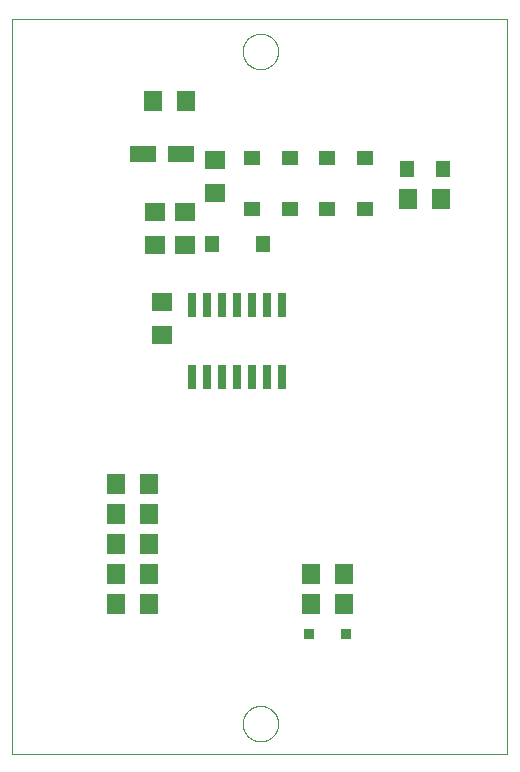
<source format=gtp>
G75*
%MOIN*%
%OFA0B0*%
%FSLAX25Y25*%
%IPPOS*%
%LPD*%
%AMOC8*
5,1,8,0,0,1.08239X$1,22.5*
%
%ADD10C,0.00000*%
%ADD11R,0.08661X0.05512*%
%ADD12R,0.07087X0.06299*%
%ADD13R,0.05000X0.05787*%
%ADD14R,0.05787X0.05000*%
%ADD15R,0.03543X0.03740*%
%ADD16R,0.02600X0.08000*%
%ADD17R,0.04724X0.05512*%
%ADD18R,0.06299X0.07087*%
D10*
X0027500Y0001000D02*
X0027500Y0245961D01*
X0192500Y0246000D01*
X0192500Y0001000D01*
X0027500Y0001000D01*
X0104271Y0011000D02*
X0104273Y0011153D01*
X0104279Y0011307D01*
X0104289Y0011460D01*
X0104303Y0011612D01*
X0104321Y0011765D01*
X0104343Y0011916D01*
X0104368Y0012067D01*
X0104398Y0012218D01*
X0104432Y0012368D01*
X0104469Y0012516D01*
X0104510Y0012664D01*
X0104555Y0012810D01*
X0104604Y0012956D01*
X0104657Y0013100D01*
X0104713Y0013242D01*
X0104773Y0013383D01*
X0104837Y0013523D01*
X0104904Y0013661D01*
X0104975Y0013797D01*
X0105050Y0013931D01*
X0105127Y0014063D01*
X0105209Y0014193D01*
X0105293Y0014321D01*
X0105381Y0014447D01*
X0105472Y0014570D01*
X0105566Y0014691D01*
X0105664Y0014809D01*
X0105764Y0014925D01*
X0105868Y0015038D01*
X0105974Y0015149D01*
X0106083Y0015257D01*
X0106195Y0015362D01*
X0106309Y0015463D01*
X0106427Y0015562D01*
X0106546Y0015658D01*
X0106668Y0015751D01*
X0106793Y0015840D01*
X0106920Y0015927D01*
X0107049Y0016009D01*
X0107180Y0016089D01*
X0107313Y0016165D01*
X0107448Y0016238D01*
X0107585Y0016307D01*
X0107724Y0016372D01*
X0107864Y0016434D01*
X0108006Y0016492D01*
X0108149Y0016547D01*
X0108294Y0016598D01*
X0108440Y0016645D01*
X0108587Y0016688D01*
X0108735Y0016727D01*
X0108884Y0016763D01*
X0109034Y0016794D01*
X0109185Y0016822D01*
X0109336Y0016846D01*
X0109489Y0016866D01*
X0109641Y0016882D01*
X0109794Y0016894D01*
X0109947Y0016902D01*
X0110100Y0016906D01*
X0110254Y0016906D01*
X0110407Y0016902D01*
X0110560Y0016894D01*
X0110713Y0016882D01*
X0110865Y0016866D01*
X0111018Y0016846D01*
X0111169Y0016822D01*
X0111320Y0016794D01*
X0111470Y0016763D01*
X0111619Y0016727D01*
X0111767Y0016688D01*
X0111914Y0016645D01*
X0112060Y0016598D01*
X0112205Y0016547D01*
X0112348Y0016492D01*
X0112490Y0016434D01*
X0112630Y0016372D01*
X0112769Y0016307D01*
X0112906Y0016238D01*
X0113041Y0016165D01*
X0113174Y0016089D01*
X0113305Y0016009D01*
X0113434Y0015927D01*
X0113561Y0015840D01*
X0113686Y0015751D01*
X0113808Y0015658D01*
X0113927Y0015562D01*
X0114045Y0015463D01*
X0114159Y0015362D01*
X0114271Y0015257D01*
X0114380Y0015149D01*
X0114486Y0015038D01*
X0114590Y0014925D01*
X0114690Y0014809D01*
X0114788Y0014691D01*
X0114882Y0014570D01*
X0114973Y0014447D01*
X0115061Y0014321D01*
X0115145Y0014193D01*
X0115227Y0014063D01*
X0115304Y0013931D01*
X0115379Y0013797D01*
X0115450Y0013661D01*
X0115517Y0013523D01*
X0115581Y0013383D01*
X0115641Y0013242D01*
X0115697Y0013100D01*
X0115750Y0012956D01*
X0115799Y0012810D01*
X0115844Y0012664D01*
X0115885Y0012516D01*
X0115922Y0012368D01*
X0115956Y0012218D01*
X0115986Y0012067D01*
X0116011Y0011916D01*
X0116033Y0011765D01*
X0116051Y0011612D01*
X0116065Y0011460D01*
X0116075Y0011307D01*
X0116081Y0011153D01*
X0116083Y0011000D01*
X0116081Y0010847D01*
X0116075Y0010693D01*
X0116065Y0010540D01*
X0116051Y0010388D01*
X0116033Y0010235D01*
X0116011Y0010084D01*
X0115986Y0009933D01*
X0115956Y0009782D01*
X0115922Y0009632D01*
X0115885Y0009484D01*
X0115844Y0009336D01*
X0115799Y0009190D01*
X0115750Y0009044D01*
X0115697Y0008900D01*
X0115641Y0008758D01*
X0115581Y0008617D01*
X0115517Y0008477D01*
X0115450Y0008339D01*
X0115379Y0008203D01*
X0115304Y0008069D01*
X0115227Y0007937D01*
X0115145Y0007807D01*
X0115061Y0007679D01*
X0114973Y0007553D01*
X0114882Y0007430D01*
X0114788Y0007309D01*
X0114690Y0007191D01*
X0114590Y0007075D01*
X0114486Y0006962D01*
X0114380Y0006851D01*
X0114271Y0006743D01*
X0114159Y0006638D01*
X0114045Y0006537D01*
X0113927Y0006438D01*
X0113808Y0006342D01*
X0113686Y0006249D01*
X0113561Y0006160D01*
X0113434Y0006073D01*
X0113305Y0005991D01*
X0113174Y0005911D01*
X0113041Y0005835D01*
X0112906Y0005762D01*
X0112769Y0005693D01*
X0112630Y0005628D01*
X0112490Y0005566D01*
X0112348Y0005508D01*
X0112205Y0005453D01*
X0112060Y0005402D01*
X0111914Y0005355D01*
X0111767Y0005312D01*
X0111619Y0005273D01*
X0111470Y0005237D01*
X0111320Y0005206D01*
X0111169Y0005178D01*
X0111018Y0005154D01*
X0110865Y0005134D01*
X0110713Y0005118D01*
X0110560Y0005106D01*
X0110407Y0005098D01*
X0110254Y0005094D01*
X0110100Y0005094D01*
X0109947Y0005098D01*
X0109794Y0005106D01*
X0109641Y0005118D01*
X0109489Y0005134D01*
X0109336Y0005154D01*
X0109185Y0005178D01*
X0109034Y0005206D01*
X0108884Y0005237D01*
X0108735Y0005273D01*
X0108587Y0005312D01*
X0108440Y0005355D01*
X0108294Y0005402D01*
X0108149Y0005453D01*
X0108006Y0005508D01*
X0107864Y0005566D01*
X0107724Y0005628D01*
X0107585Y0005693D01*
X0107448Y0005762D01*
X0107313Y0005835D01*
X0107180Y0005911D01*
X0107049Y0005991D01*
X0106920Y0006073D01*
X0106793Y0006160D01*
X0106668Y0006249D01*
X0106546Y0006342D01*
X0106427Y0006438D01*
X0106309Y0006537D01*
X0106195Y0006638D01*
X0106083Y0006743D01*
X0105974Y0006851D01*
X0105868Y0006962D01*
X0105764Y0007075D01*
X0105664Y0007191D01*
X0105566Y0007309D01*
X0105472Y0007430D01*
X0105381Y0007553D01*
X0105293Y0007679D01*
X0105209Y0007807D01*
X0105127Y0007937D01*
X0105050Y0008069D01*
X0104975Y0008203D01*
X0104904Y0008339D01*
X0104837Y0008477D01*
X0104773Y0008617D01*
X0104713Y0008758D01*
X0104657Y0008900D01*
X0104604Y0009044D01*
X0104555Y0009190D01*
X0104510Y0009336D01*
X0104469Y0009484D01*
X0104432Y0009632D01*
X0104398Y0009782D01*
X0104368Y0009933D01*
X0104343Y0010084D01*
X0104321Y0010235D01*
X0104303Y0010388D01*
X0104289Y0010540D01*
X0104279Y0010693D01*
X0104273Y0010847D01*
X0104271Y0011000D01*
X0104271Y0235055D02*
X0104273Y0235208D01*
X0104279Y0235362D01*
X0104289Y0235515D01*
X0104303Y0235667D01*
X0104321Y0235820D01*
X0104343Y0235971D01*
X0104368Y0236122D01*
X0104398Y0236273D01*
X0104432Y0236423D01*
X0104469Y0236571D01*
X0104510Y0236719D01*
X0104555Y0236865D01*
X0104604Y0237011D01*
X0104657Y0237155D01*
X0104713Y0237297D01*
X0104773Y0237438D01*
X0104837Y0237578D01*
X0104904Y0237716D01*
X0104975Y0237852D01*
X0105050Y0237986D01*
X0105127Y0238118D01*
X0105209Y0238248D01*
X0105293Y0238376D01*
X0105381Y0238502D01*
X0105472Y0238625D01*
X0105566Y0238746D01*
X0105664Y0238864D01*
X0105764Y0238980D01*
X0105868Y0239093D01*
X0105974Y0239204D01*
X0106083Y0239312D01*
X0106195Y0239417D01*
X0106309Y0239518D01*
X0106427Y0239617D01*
X0106546Y0239713D01*
X0106668Y0239806D01*
X0106793Y0239895D01*
X0106920Y0239982D01*
X0107049Y0240064D01*
X0107180Y0240144D01*
X0107313Y0240220D01*
X0107448Y0240293D01*
X0107585Y0240362D01*
X0107724Y0240427D01*
X0107864Y0240489D01*
X0108006Y0240547D01*
X0108149Y0240602D01*
X0108294Y0240653D01*
X0108440Y0240700D01*
X0108587Y0240743D01*
X0108735Y0240782D01*
X0108884Y0240818D01*
X0109034Y0240849D01*
X0109185Y0240877D01*
X0109336Y0240901D01*
X0109489Y0240921D01*
X0109641Y0240937D01*
X0109794Y0240949D01*
X0109947Y0240957D01*
X0110100Y0240961D01*
X0110254Y0240961D01*
X0110407Y0240957D01*
X0110560Y0240949D01*
X0110713Y0240937D01*
X0110865Y0240921D01*
X0111018Y0240901D01*
X0111169Y0240877D01*
X0111320Y0240849D01*
X0111470Y0240818D01*
X0111619Y0240782D01*
X0111767Y0240743D01*
X0111914Y0240700D01*
X0112060Y0240653D01*
X0112205Y0240602D01*
X0112348Y0240547D01*
X0112490Y0240489D01*
X0112630Y0240427D01*
X0112769Y0240362D01*
X0112906Y0240293D01*
X0113041Y0240220D01*
X0113174Y0240144D01*
X0113305Y0240064D01*
X0113434Y0239982D01*
X0113561Y0239895D01*
X0113686Y0239806D01*
X0113808Y0239713D01*
X0113927Y0239617D01*
X0114045Y0239518D01*
X0114159Y0239417D01*
X0114271Y0239312D01*
X0114380Y0239204D01*
X0114486Y0239093D01*
X0114590Y0238980D01*
X0114690Y0238864D01*
X0114788Y0238746D01*
X0114882Y0238625D01*
X0114973Y0238502D01*
X0115061Y0238376D01*
X0115145Y0238248D01*
X0115227Y0238118D01*
X0115304Y0237986D01*
X0115379Y0237852D01*
X0115450Y0237716D01*
X0115517Y0237578D01*
X0115581Y0237438D01*
X0115641Y0237297D01*
X0115697Y0237155D01*
X0115750Y0237011D01*
X0115799Y0236865D01*
X0115844Y0236719D01*
X0115885Y0236571D01*
X0115922Y0236423D01*
X0115956Y0236273D01*
X0115986Y0236122D01*
X0116011Y0235971D01*
X0116033Y0235820D01*
X0116051Y0235667D01*
X0116065Y0235515D01*
X0116075Y0235362D01*
X0116081Y0235208D01*
X0116083Y0235055D01*
X0116081Y0234902D01*
X0116075Y0234748D01*
X0116065Y0234595D01*
X0116051Y0234443D01*
X0116033Y0234290D01*
X0116011Y0234139D01*
X0115986Y0233988D01*
X0115956Y0233837D01*
X0115922Y0233687D01*
X0115885Y0233539D01*
X0115844Y0233391D01*
X0115799Y0233245D01*
X0115750Y0233099D01*
X0115697Y0232955D01*
X0115641Y0232813D01*
X0115581Y0232672D01*
X0115517Y0232532D01*
X0115450Y0232394D01*
X0115379Y0232258D01*
X0115304Y0232124D01*
X0115227Y0231992D01*
X0115145Y0231862D01*
X0115061Y0231734D01*
X0114973Y0231608D01*
X0114882Y0231485D01*
X0114788Y0231364D01*
X0114690Y0231246D01*
X0114590Y0231130D01*
X0114486Y0231017D01*
X0114380Y0230906D01*
X0114271Y0230798D01*
X0114159Y0230693D01*
X0114045Y0230592D01*
X0113927Y0230493D01*
X0113808Y0230397D01*
X0113686Y0230304D01*
X0113561Y0230215D01*
X0113434Y0230128D01*
X0113305Y0230046D01*
X0113174Y0229966D01*
X0113041Y0229890D01*
X0112906Y0229817D01*
X0112769Y0229748D01*
X0112630Y0229683D01*
X0112490Y0229621D01*
X0112348Y0229563D01*
X0112205Y0229508D01*
X0112060Y0229457D01*
X0111914Y0229410D01*
X0111767Y0229367D01*
X0111619Y0229328D01*
X0111470Y0229292D01*
X0111320Y0229261D01*
X0111169Y0229233D01*
X0111018Y0229209D01*
X0110865Y0229189D01*
X0110713Y0229173D01*
X0110560Y0229161D01*
X0110407Y0229153D01*
X0110254Y0229149D01*
X0110100Y0229149D01*
X0109947Y0229153D01*
X0109794Y0229161D01*
X0109641Y0229173D01*
X0109489Y0229189D01*
X0109336Y0229209D01*
X0109185Y0229233D01*
X0109034Y0229261D01*
X0108884Y0229292D01*
X0108735Y0229328D01*
X0108587Y0229367D01*
X0108440Y0229410D01*
X0108294Y0229457D01*
X0108149Y0229508D01*
X0108006Y0229563D01*
X0107864Y0229621D01*
X0107724Y0229683D01*
X0107585Y0229748D01*
X0107448Y0229817D01*
X0107313Y0229890D01*
X0107180Y0229966D01*
X0107049Y0230046D01*
X0106920Y0230128D01*
X0106793Y0230215D01*
X0106668Y0230304D01*
X0106546Y0230397D01*
X0106427Y0230493D01*
X0106309Y0230592D01*
X0106195Y0230693D01*
X0106083Y0230798D01*
X0105974Y0230906D01*
X0105868Y0231017D01*
X0105764Y0231130D01*
X0105664Y0231246D01*
X0105566Y0231364D01*
X0105472Y0231485D01*
X0105381Y0231608D01*
X0105293Y0231734D01*
X0105209Y0231862D01*
X0105127Y0231992D01*
X0105050Y0232124D01*
X0104975Y0232258D01*
X0104904Y0232394D01*
X0104837Y0232532D01*
X0104773Y0232672D01*
X0104713Y0232813D01*
X0104657Y0232955D01*
X0104604Y0233099D01*
X0104555Y0233245D01*
X0104510Y0233391D01*
X0104469Y0233539D01*
X0104432Y0233687D01*
X0104398Y0233837D01*
X0104368Y0233988D01*
X0104343Y0234139D01*
X0104321Y0234290D01*
X0104303Y0234443D01*
X0104289Y0234595D01*
X0104279Y0234748D01*
X0104273Y0234902D01*
X0104271Y0235055D01*
D11*
X0083799Y0201000D03*
X0071201Y0201000D03*
D12*
X0075000Y0181512D03*
X0075000Y0170488D03*
X0085000Y0170488D03*
X0085000Y0181512D03*
X0095000Y0187988D03*
X0095000Y0199012D03*
X0077500Y0151512D03*
X0077500Y0140488D03*
D13*
X0094035Y0171000D03*
X0110965Y0171000D03*
D14*
X0107500Y0182535D03*
X0120000Y0182535D03*
X0132500Y0182535D03*
X0145000Y0182535D03*
X0145000Y0199465D03*
X0132500Y0199465D03*
X0120000Y0199465D03*
X0107500Y0199465D03*
D15*
X0126299Y0041000D03*
X0138701Y0041000D03*
D16*
X0117500Y0126400D03*
X0112500Y0126400D03*
X0107500Y0126400D03*
X0102500Y0126400D03*
X0097500Y0126400D03*
X0092500Y0126400D03*
X0087500Y0126400D03*
X0087500Y0150600D03*
X0092500Y0150600D03*
X0097500Y0150600D03*
X0102500Y0150600D03*
X0107500Y0150600D03*
X0112500Y0150600D03*
X0117500Y0150600D03*
D17*
X0159094Y0196000D03*
X0170906Y0196000D03*
D18*
X0170512Y0186000D03*
X0159488Y0186000D03*
X0085512Y0218500D03*
X0074488Y0218500D03*
X0073012Y0091000D03*
X0073012Y0081000D03*
X0073012Y0071000D03*
X0073012Y0061000D03*
X0073012Y0051000D03*
X0061988Y0051000D03*
X0061988Y0061000D03*
X0061988Y0071000D03*
X0061988Y0081000D03*
X0061988Y0091000D03*
X0126988Y0061000D03*
X0126988Y0051000D03*
X0138012Y0051000D03*
X0138012Y0061000D03*
M02*

</source>
